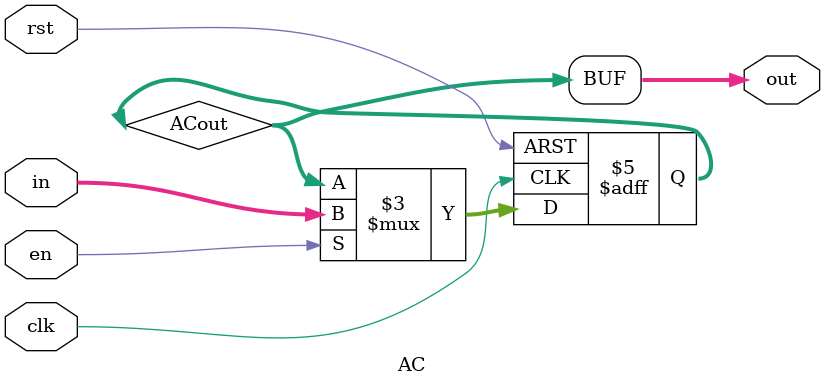
<source format=v>
`timescale 1ns / 1ps


module AC #(
    parameter N = 8
    ) (en, clk, rst, in, out);

    input clk,rst, en;
    input signed [(N-1):0] in;
    output signed [(N-1):0] out;
   
    reg signed [(N-1):0] ACout;

	always @ (posedge clk or negedge rst) begin
	    if(!rst) begin
    	    ACout <= 0; 
    	end
    	else if (en) begin
        	ACout <= in;
    	end 
	end
    assign out = ACout;
endmodule
</source>
